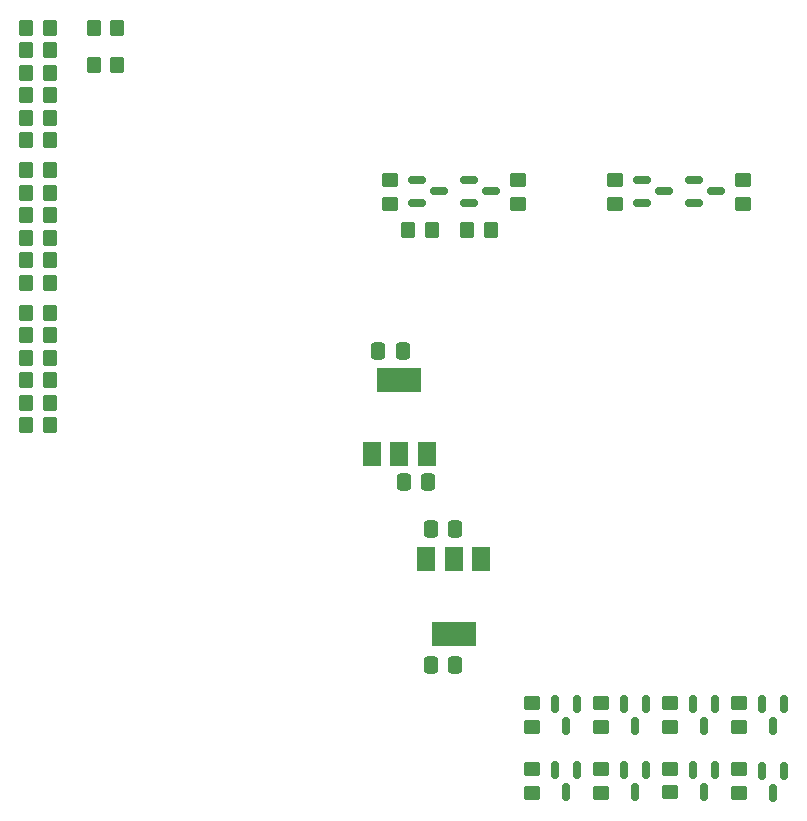
<source format=gtp>
%TF.GenerationSoftware,KiCad,Pcbnew,6.0.0-d3dd2cf0fa~116~ubuntu20.04.1*%
%TF.CreationDate,2022-03-15T23:07:46+01:00*%
%TF.ProjectId,arrow_deca_retro_cape,6172726f-775f-4646-9563-615f72657472,0.71*%
%TF.SameCoordinates,Original*%
%TF.FileFunction,Paste,Top*%
%TF.FilePolarity,Positive*%
%FSLAX46Y46*%
G04 Gerber Fmt 4.6, Leading zero omitted, Abs format (unit mm)*
G04 Created by KiCad (PCBNEW 6.0.0-d3dd2cf0fa~116~ubuntu20.04.1) date 2022-03-15 23:07:46*
%MOMM*%
%LPD*%
G01*
G04 APERTURE LIST*
G04 Aperture macros list*
%AMRoundRect*
0 Rectangle with rounded corners*
0 $1 Rounding radius*
0 $2 $3 $4 $5 $6 $7 $8 $9 X,Y pos of 4 corners*
0 Add a 4 corners polygon primitive as box body*
4,1,4,$2,$3,$4,$5,$6,$7,$8,$9,$2,$3,0*
0 Add four circle primitives for the rounded corners*
1,1,$1+$1,$2,$3*
1,1,$1+$1,$4,$5*
1,1,$1+$1,$6,$7*
1,1,$1+$1,$8,$9*
0 Add four rect primitives between the rounded corners*
20,1,$1+$1,$2,$3,$4,$5,0*
20,1,$1+$1,$4,$5,$6,$7,0*
20,1,$1+$1,$6,$7,$8,$9,0*
20,1,$1+$1,$8,$9,$2,$3,0*%
G04 Aperture macros list end*
%ADD10R,1.500000X2.000000*%
%ADD11R,3.800000X2.000000*%
%ADD12RoundRect,0.250000X0.337500X0.475000X-0.337500X0.475000X-0.337500X-0.475000X0.337500X-0.475000X0*%
%ADD13RoundRect,0.250000X0.350000X0.450000X-0.350000X0.450000X-0.350000X-0.450000X0.350000X-0.450000X0*%
%ADD14RoundRect,0.250000X-0.450000X0.350000X-0.450000X-0.350000X0.450000X-0.350000X0.450000X0.350000X0*%
%ADD15RoundRect,0.150000X-0.150000X0.587500X-0.150000X-0.587500X0.150000X-0.587500X0.150000X0.587500X0*%
%ADD16RoundRect,0.150000X-0.587500X-0.150000X0.587500X-0.150000X0.587500X0.150000X-0.587500X0.150000X0*%
%ADD17RoundRect,0.250000X-0.350000X-0.450000X0.350000X-0.450000X0.350000X0.450000X-0.350000X0.450000X0*%
%ADD18RoundRect,0.250000X-0.337500X-0.475000X0.337500X-0.475000X0.337500X0.475000X-0.337500X0.475000X0*%
G04 APERTURE END LIST*
D10*
%TO.C,U4*%
X126097000Y-80595000D03*
D11*
X128397000Y-74295000D03*
D10*
X128397000Y-80595000D03*
X130697000Y-80595000D03*
%TD*%
D12*
%TO.C,C18*%
X130845500Y-82956400D03*
X128770500Y-82956400D03*
%TD*%
%TO.C,C19*%
X128663500Y-71882000D03*
X126588500Y-71882000D03*
%TD*%
D13*
%TO.C,R29*%
X98804669Y-76275000D03*
X96804669Y-76275000D03*
%TD*%
%TO.C,R31*%
X98804669Y-56590000D03*
X96804669Y-56590000D03*
%TD*%
D14*
%TO.C,R13*%
X139587669Y-101707000D03*
X139587669Y-103707000D03*
%TD*%
D13*
%TO.C,R19*%
X98804669Y-44525000D03*
X96804669Y-44525000D03*
%TD*%
D14*
%TO.C,R5*%
X146685000Y-57420000D03*
X146685000Y-59420000D03*
%TD*%
D15*
%TO.C,D5*%
X155142669Y-101753500D03*
X153242669Y-101753500D03*
X154192669Y-103628500D03*
%TD*%
%TO.C,D11*%
X160984669Y-101753500D03*
X159084669Y-101753500D03*
X160034669Y-103628500D03*
%TD*%
D13*
%TO.C,R3*%
X136142669Y-61595000D03*
X134142669Y-61595000D03*
%TD*%
D15*
%TO.C,D8*%
X149300669Y-101753500D03*
X147400669Y-101753500D03*
X148350669Y-103628500D03*
%TD*%
D16*
%TO.C,D4*%
X148960900Y-57415400D03*
X148960900Y-59315400D03*
X150835900Y-58365400D03*
%TD*%
D13*
%TO.C,R35*%
X98804669Y-64210000D03*
X96804669Y-64210000D03*
%TD*%
D15*
%TO.C,D10*%
X160984669Y-107404000D03*
X159084669Y-107404000D03*
X160034669Y-109279000D03*
%TD*%
D14*
%TO.C,R12*%
X157113669Y-101690000D03*
X157113669Y-103690000D03*
%TD*%
%TO.C,R15*%
X157113669Y-107263000D03*
X157113669Y-109263000D03*
%TD*%
D13*
%TO.C,R30*%
X98804669Y-78180000D03*
X96804669Y-78180000D03*
%TD*%
D16*
%TO.C,D3*%
X153360900Y-57415400D03*
X153360900Y-59315400D03*
X155235900Y-58365400D03*
%TD*%
D14*
%TO.C,R16*%
X139587669Y-107279000D03*
X139587669Y-109279000D03*
%TD*%
D13*
%TO.C,R18*%
X104519669Y-47700000D03*
X102519669Y-47700000D03*
%TD*%
%TO.C,R32*%
X98804669Y-58495000D03*
X96804669Y-58495000D03*
%TD*%
D10*
%TO.C,U5*%
X135282000Y-89509200D03*
D11*
X132982000Y-95809200D03*
D10*
X132982000Y-89509200D03*
X130682000Y-89509200D03*
%TD*%
D13*
%TO.C,R27*%
X98804669Y-72465000D03*
X96804669Y-72465000D03*
%TD*%
%TO.C,R23*%
X98804669Y-52145000D03*
X96804669Y-52145000D03*
%TD*%
D17*
%TO.C,R4*%
X129140000Y-61595000D03*
X131140000Y-61595000D03*
%TD*%
D14*
%TO.C,R10*%
X145429669Y-107263000D03*
X145429669Y-109263000D03*
%TD*%
%TO.C,R14*%
X145429669Y-101692000D03*
X145429669Y-103692000D03*
%TD*%
D15*
%TO.C,D7*%
X149300669Y-107325500D03*
X147400669Y-107325500D03*
X148350669Y-109200500D03*
%TD*%
D14*
%TO.C,R9*%
X151271669Y-101691000D03*
X151271669Y-103691000D03*
%TD*%
D13*
%TO.C,R26*%
X98804669Y-70560000D03*
X96804669Y-70560000D03*
%TD*%
%TO.C,R33*%
X98804669Y-60400000D03*
X96804669Y-60400000D03*
%TD*%
%TO.C,R22*%
X98804669Y-50240000D03*
X96804669Y-50240000D03*
%TD*%
D16*
%TO.C,D2*%
X129875900Y-57415400D03*
X129875900Y-59315400D03*
X131750900Y-58365400D03*
%TD*%
D13*
%TO.C,R20*%
X98804669Y-46430000D03*
X96804669Y-46430000D03*
%TD*%
D15*
%TO.C,D12*%
X143458669Y-107325500D03*
X141558669Y-107325500D03*
X142508669Y-109200500D03*
%TD*%
D13*
%TO.C,R24*%
X98804669Y-54050000D03*
X96804669Y-54050000D03*
%TD*%
D14*
%TO.C,R2*%
X138395000Y-57420000D03*
X138395000Y-59420000D03*
%TD*%
D12*
%TO.C,C21*%
X133132169Y-98500000D03*
X131057169Y-98500000D03*
%TD*%
D13*
%TO.C,R21*%
X98804669Y-48335000D03*
X96804669Y-48335000D03*
%TD*%
%TO.C,R28*%
X98804669Y-74370000D03*
X96804669Y-74370000D03*
%TD*%
D14*
%TO.C,R1*%
X127600000Y-57420000D03*
X127600000Y-59420000D03*
%TD*%
D15*
%TO.C,D9*%
X155142669Y-107325500D03*
X153242669Y-107325500D03*
X154192669Y-109200500D03*
%TD*%
D16*
%TO.C,D1*%
X134275900Y-57415400D03*
X134275900Y-59315400D03*
X136150900Y-58365400D03*
%TD*%
D13*
%TO.C,R17*%
X104519669Y-44525000D03*
X102519669Y-44525000D03*
%TD*%
D18*
%TO.C,C20*%
X131055500Y-86944200D03*
X133130500Y-86944200D03*
%TD*%
D14*
%TO.C,R6*%
X157480000Y-57420000D03*
X157480000Y-59420000D03*
%TD*%
D13*
%TO.C,R25*%
X98804669Y-68655000D03*
X96804669Y-68655000D03*
%TD*%
D15*
%TO.C,D6*%
X143458669Y-101753500D03*
X141558669Y-101753500D03*
X142508669Y-103628500D03*
%TD*%
D14*
%TO.C,R11*%
X151271669Y-107247000D03*
X151271669Y-109247000D03*
%TD*%
D13*
%TO.C,R36*%
X98804669Y-66115000D03*
X96804669Y-66115000D03*
%TD*%
%TO.C,R34*%
X98804669Y-62305000D03*
X96804669Y-62305000D03*
%TD*%
M02*

</source>
